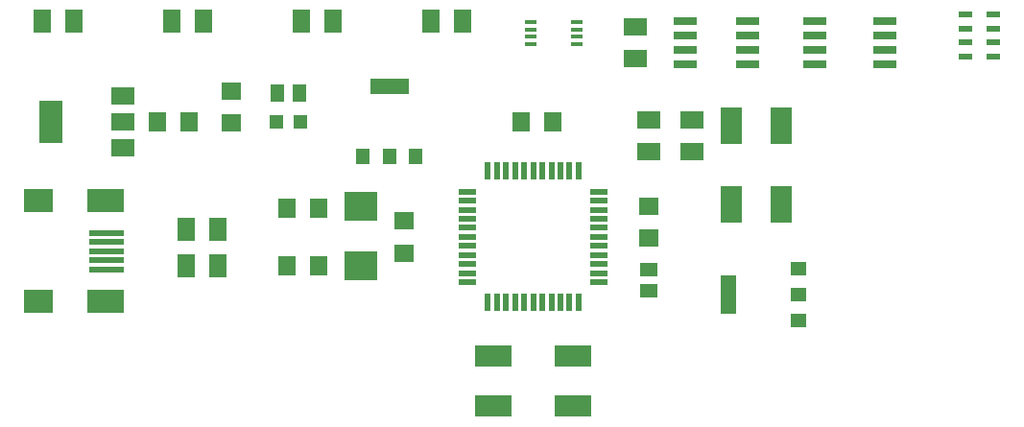
<source format=gtp>
G75*
%MOIN*%
%OFA0B0*%
%FSLAX24Y24*%
%IPPOS*%
%LPD*%
%AMOC8*
5,1,8,0,0,1.08239X$1,22.5*
%
%ADD10R,0.0472X0.0472*%
%ADD11R,0.0512X0.0591*%
%ADD12R,0.0709X0.0630*%
%ADD13R,0.0197X0.0591*%
%ADD14R,0.0591X0.0197*%
%ADD15R,0.1250X0.0750*%
%ADD16R,0.0630X0.0709*%
%ADD17R,0.0710X0.0630*%
%ADD18R,0.0630X0.0512*%
%ADD19R,0.1181X0.0984*%
%ADD20R,0.0984X0.0787*%
%ADD21R,0.1299X0.0787*%
%ADD22R,0.1220X0.0197*%
%ADD23R,0.0630X0.0787*%
%ADD24R,0.0790X0.0590*%
%ADD25R,0.0790X0.1500*%
%ADD26R,0.0750X0.1250*%
%ADD27R,0.0787X0.0630*%
%ADD28R,0.0800X0.0260*%
%ADD29R,0.0472X0.0197*%
%ADD30R,0.0551X0.0472*%
%ADD31R,0.0551X0.1378*%
%ADD32R,0.0472X0.0551*%
%ADD33R,0.1378X0.0551*%
%ADD34R,0.0394X0.0177*%
D10*
X012187Y013410D03*
X013013Y013410D03*
D11*
X012974Y014410D03*
X012226Y014410D03*
D12*
X010600Y014461D03*
X010600Y013359D03*
X025100Y010461D03*
X025100Y009359D03*
D13*
X022675Y007127D03*
X022360Y007127D03*
X022045Y007127D03*
X021730Y007127D03*
X021415Y007127D03*
X021100Y007127D03*
X020785Y007127D03*
X020470Y007127D03*
X020155Y007127D03*
X019840Y007127D03*
X019525Y007127D03*
X019525Y011694D03*
X019840Y011694D03*
X020155Y011694D03*
X020470Y011694D03*
X020785Y011694D03*
X021100Y011694D03*
X021415Y011694D03*
X021730Y011694D03*
X022045Y011694D03*
X022360Y011694D03*
X022675Y011694D03*
D14*
X023383Y010985D03*
X023383Y010670D03*
X023383Y010355D03*
X023383Y010040D03*
X023383Y009725D03*
X023383Y009410D03*
X023383Y009095D03*
X023383Y008780D03*
X023383Y008465D03*
X023383Y008150D03*
X023383Y007835D03*
X018817Y007835D03*
X018817Y008150D03*
X018817Y008465D03*
X018817Y008780D03*
X018817Y009095D03*
X018817Y009410D03*
X018817Y009725D03*
X018817Y010040D03*
X018817Y010355D03*
X018817Y010670D03*
X018817Y010985D03*
D15*
X019725Y005285D03*
X019725Y003535D03*
X022475Y003535D03*
X022475Y005285D03*
D16*
X013651Y008410D03*
X012549Y008410D03*
X012549Y010410D03*
X013651Y010410D03*
X009151Y013410D03*
X008049Y013410D03*
X020674Y013410D03*
X021776Y013410D03*
D17*
X016600Y009970D03*
X016600Y008850D03*
D18*
X025100Y008284D03*
X025100Y007536D03*
D19*
X015100Y008400D03*
X015100Y010459D03*
D20*
X003919Y007158D03*
X003919Y010662D03*
D21*
X006242Y010662D03*
X006242Y007158D03*
D22*
X006281Y008280D03*
X006281Y008595D03*
X006281Y008910D03*
X006281Y009225D03*
X006281Y009540D03*
D23*
X009049Y009660D03*
X010151Y009660D03*
X010151Y008410D03*
X009049Y008410D03*
X008549Y016910D03*
X009651Y016910D03*
X013049Y016910D03*
X014151Y016910D03*
X017549Y016910D03*
X018651Y016910D03*
X005151Y016910D03*
X004049Y016910D03*
D24*
X006840Y014320D03*
X006840Y013420D03*
X006840Y012520D03*
D25*
X004360Y013410D03*
D26*
X027975Y013285D03*
X029725Y013285D03*
X029725Y010535D03*
X027975Y010535D03*
D27*
X026600Y012359D03*
X026600Y013461D03*
X025100Y013461D03*
X025100Y012359D03*
X024660Y015619D03*
X024660Y016721D03*
D28*
X026390Y016910D03*
X026390Y016410D03*
X026390Y015910D03*
X026390Y015410D03*
X028560Y015410D03*
X028560Y015910D03*
X028560Y016410D03*
X028560Y016910D03*
X030890Y016910D03*
X030890Y016410D03*
X030890Y015910D03*
X030890Y015410D03*
X033310Y015410D03*
X033310Y015910D03*
X033310Y016410D03*
X033310Y016910D03*
D29*
X036128Y017148D03*
X036128Y016656D03*
X036128Y016164D03*
X036128Y015672D03*
X037072Y015672D03*
X037072Y016164D03*
X037072Y016656D03*
X037072Y017148D03*
D30*
X030320Y008320D03*
X030320Y007410D03*
X030320Y006500D03*
D31*
X027880Y007410D03*
D32*
X017010Y012190D03*
X016100Y012190D03*
X015190Y012190D03*
D33*
X016100Y014630D03*
D34*
X021013Y016106D03*
X021013Y016362D03*
X021013Y016618D03*
X021013Y016874D03*
X022627Y016874D03*
X022627Y016618D03*
X022627Y016362D03*
X022627Y016106D03*
M02*

</source>
